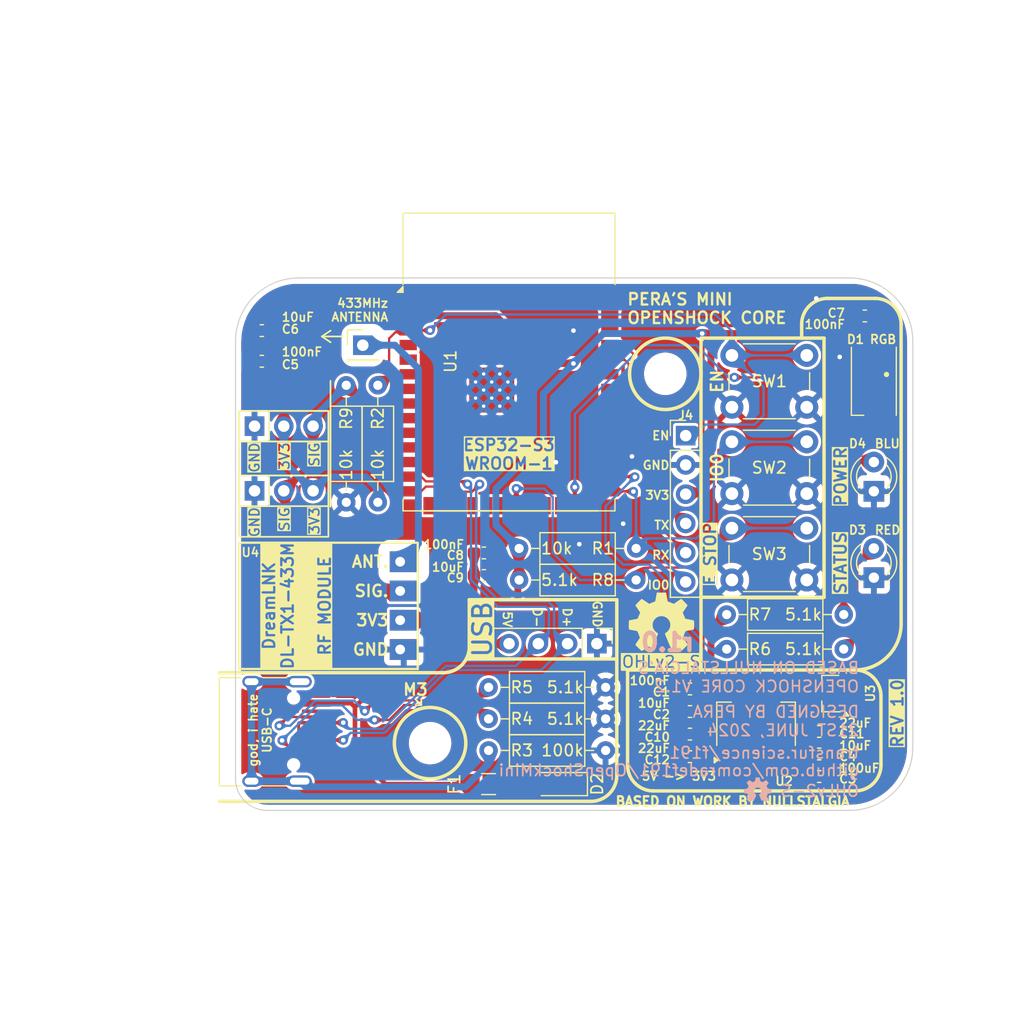
<source format=kicad_pcb>
(kicad_pcb (version 20240108) (generator "pcbnew") (generator_version "8.0")
  (title_block (title "Open Shock Mini") (date "2024-06-21") (rev "r1") (company "Pera @ https://transfur.science/f191") (comment 1 "CERN OHL v2 - S") (comment 2 "https://github.com/comradef191/OpenShockMini") (comment 4 "Based on nullstalgia's OpenShock Core V1.2"))
  (layers (0 "F.Cu" signal) (31 "B.Cu" signal) (34 "B.Paste" user) (35 "F.Paste" user) (36 "B.SilkS" user "B.Silkscreen") (37 "F.SilkS" user "F.Silkscreen") (38 "B.Mask" user) (39 "F.Mask" user) (44 "Edge.Cuts" user))
  (net 0 "")
  (net 1 "+3V3")
  (net 3 "GND")
  (net 4 "RGB")
  (net 5 "Net-(J1-CC1)")
  (net 6 "D+")
  (net 7 "D-")
  (net 9 "Net-(J1-CC2)")
  (net 11 "Net-(J1-SHIELD)")
  (net 12 "EN")
  (net 16 "SIGNAL")
  (net 31 "IO0")
  (net 42 "+5V")
  (net 43 "Net-(D2-A)")
  (net 44 "+5VA")
  (net 45 "SERIAL_RX")
  (net 46 "SERIAL_TX")
  (net 47 "E_STOP")
  (net 48 "/ANT.")
  (net 49 "STATUS")
  (net 50 "Net-(D3-A)")
  (net 51 "Net-(D4-A)")
  (footprint "CustomFootprints:THT-Resistor_Customised" (layer "F.Cu") (at 106.026 73.015 180)
    (property "Reference" "R1")
    (property "Value" "10k")
  )
  (footprint "CustomFootprints:THT-Resistor_Customised" (layer "F.Cu") (at 103.378 87.811 180)
    (property "Reference" "R4")
    (property "Value" "5.1k")
  )
  (footprint "CustomFootprints:THT-Resistor_Customised" (layer "F.Cu") (at 80.8624 69.0095 90)
    (property "Reference" "R9")
    (property "Value" "10k")
  )
  (footprint "Connector_PinHeader_2.54mm:PinHeader_1x03_P2.54mm_Vertical" (layer "F.Cu") (at 72.898 68.012 90)
    (property "Reference" "J3" (hide yes))
    (property "Value" "Conn_01x03")
  )
  (footprint "Fuse:Fuse_1206_3216Metric_Pad1.42x1.75mm_HandSolder" (layer "F.Cu") (at 93.218 93.472 180)
    (property "Reference" "F1")
    (property "Value" "250mW 800v")
  )
  (footprint "CustomFootprints:THT-Resistor_Customised" (layer "F.Cu") (at 93.218 90.551)
    (property "Reference" "R3")
    (property "Value" "100k")
  )
  (footprint "MountingHole:MountingHole_3.2mm_M3_ISO7380" (layer "F.Cu") (at 108.5584 57.853)
    (property "Reference" "H2" (hide yes))
    (property "Value" "MountingHole")
  )
  (footprint "Connector_PinHeader_2.54mm:PinHeader_1x01_P2.54mm_Vertical" (layer "F.Cu") (at 82.296 55.372)
    (property "Reference" "AE1" (hide yes))
    (property "Value" "Antenna")
  )
  (footprint "Capacitor_SMD:C_0603_1608Metric_Pad1.08x0.95mm_HandSolder" (layer "F.Cu") (at 121.92 92.82)
    (property "Reference" "C3")
    (property "Value" "100nF")
  )
  (footprint "Capacitor_SMD:C_0603_1608Metric_Pad1.08x0.95mm_HandSolder" (layer "F.Cu") (at 73.532 54.102 180)
    (property "Reference" "C6")
    (property "Value" "10uF")
  )
  (footprint "Connector_PinHeader_2.54mm:PinHeader_1x03_P2.54mm_Vertical" (layer "F.Cu") (at 72.898 62.399 90)
    (property "Reference" "J2" (hide yes))
    (property "Value" "Conn_01x03")
  )
  (footprint "RF_Module:ESP32-S3-WROOM-1" (layer "F.Cu") (at 94.99 56.803)
    (property "Reference" "U1")
    (property "Value" "ESP32-S3-WROOM-1")
  )
  (footprint "LED_THT:LED_D3.0mm" (layer "F.Cu") (at 126.664 75.553 90)
    (property "Reference" "D3")
    (property "Value" "STATUS")
  )
  (footprint "Capacitor_SMD:C_0603_1608Metric_Pad1.08x0.95mm_HandSolder" (layer "F.Cu") (at 92.8105 73.405 180)
    (property "Reference" "C8")
    (property "Value" "100nF")
  )
  (footprint "CustomFootprints:THT-Resistor_Customised" (layer "F.Cu") (at 103.378 85.071 180)
    (property "Reference" "R5")
    (property "Value" "5.1k")
  )
  (footprint "Capacitor_SMD:C_0603_1608Metric_Pad1.08x0.95mm_HandSolder" (layer "F.Cu") (at 110.6985 91.093 180)
    (property "Reference" "C12")
    (property "Value" "22uF")
  )
  (footprint "CustomFootprints:THT-Resistor_Customised" (layer "F.Cu") (at 124.05 78.753 180)
    (property "Reference" "R7")
    (property "Value" "5.1k")
  )
  (footprint "Button_Switch_THT:SW_PUSH_6mm" (layer "F.Cu") (at 114.34 63.753)
    (property "Reference" "SW2")
    (property "Value" "KH-6X6X6H-TJ")
  )
  (footprint "CustomFootprints:THT-Resistor_Customised" (layer "F.Cu") (at 124.05 81.753 180)
    (property "Reference" "R6")
    (property "Value" "5.1k")
  )
  (footprint "Diode_SMD:D_SOD-123" (layer "F.Cu") (at 99.44 93.472 180)
    (property "Reference" "D2")
    (property "Value" "B5819W SL")
  )
  (footprint "Symbol:OSHW-Symbol_6.7x6mm_SilkScreen" (layer "F.Cu") (at 108.2167 79.395)
    (property "Reference" "REF**" (hide yes))
    (property "Value" "OSHW-Symbol_6.7x6mm_SilkScreen" (hide yes))
  )
  (footprint "Connector_PinHeader_2.54mm:PinHeader_1x04_P2.54mm_Vertical" (layer "F.Cu") (at 102.616 81.28 -90)
    (property "Reference" "J6" (hide yes))
    (property "Value" "Conn_01x04")
  )
  (footprint "CustomFootprints:WIELM-TH_DL-TX1-433M" (layer "F.Cu") (at 85.54 77.978 180)
    (property "Reference" "U4")
    (property "Value" "DL-TX1-433M")
  )
  (footprint "Capacitor_SMD:C_0603_1608Metric_Pad1.08x0.95mm_HandSolder" (layer "F.Cu") (at 92.8105 75.365 180)
    (property "Reference" "C9")
    (property "Value" "10uF")
  )
  (footprint "footprints:LED_WS2812B-Mini_3.5x3.5mm_P1.75mm" (layer "F.Cu") (at 126.664 58.503 -90)
    (property "Reference" "D1")
    (property "Value" "WS2812B")
  )
  (footprint "Capacitor_SMD:C_0603_1608Metric_Pad1.08x0.95mm_HandSolder" (layer "F.Cu") (at 125.8835 52.832)
    (property "Reference" "C7")
    (property "Value" "100nF")
  )
  (footprint "Connector_PinHeader_2.54mm:PinHeader_1x06_P2.54mm_Vertical" (layer "F.Cu") (at 110.3284 63.223)
    (property "Reference" "J4")
    (property "Value" "Conn_01x06")
  )
  (footprint "LED_THT:LED_D3.0mm" (layer "F.Cu") (at 126.664 68.053 90)
    (property "Reference" "D4")
    (property "Value" "POWER")
  )
  (footprint "Capacitor_SMD:C_0603_1608Metric_Pad1.08x0.95mm_HandSolder" (layer "F.Cu") (at 110.6985 85.213 180)
    (property "Reference" "C1")
    (property "Value" "100nF")
  )
  (footprint "Capacitor_SMD:C_0603_1608Metric_Pad1.08x0.95mm_HandSolder" (layer "F.Cu") (at 110.6985 87.173 180)
    (property "Reference" "C2")
    (property "Value" "10uF")
  )
  (footprint "Button_Switch_THT:SW_PUSH_6mm" (layer "F.Cu") (at 114.34 71.253)
    (property "Reference" "SW3")
    (property "Value" "KH-6X6X6H-TJ")
  )
  (footprint "Button_Switch_THT:SW_PUSH_6mm" (layer "F.Cu") (at 114.34 56.253)
    (property "Reference" "SW1")
    (property "Value" "KH-6X6X6H-TJ")
  )
  (footprint "footprints:HRO-TYPE-C-31-M-12-HandSoldering_ABPads" (layer "F.Cu") (at 70.037 88.898 -90)
    (property "Reference" "J1" (hide yes))
    (property "Value" "USB_C_Receptacle_USB2.0")
  )
  (footprint "MountingHole:MountingHole_3.2mm_M3_ISO7380" (layer "F.Cu") (at 88.138 89.916)
    (property "Reference" "H1" (hide yes))
    (property "Value" "MountingHole")
  )
  (footprint "Capacitor_SMD:C_0603_1608Metric_Pad1.08x0.95mm_HandSolder" (layer "F.Cu") (at 121.92 90.86)
    (property "Reference" "C4")
    (property "Value" "10uF")
  )
  (footprint "CustomFootprints:THT-Resistor_Customised" (layer "F.Cu") (at 83.6024 69.0095 90)
    (property "Reference" "R2")
    (property "Value" "10k")
  )
  (footprint "Package_TO_SOT_SMD:SOT-223-3_TabPin2" (layer "F.Cu") (at 116.44 88.265 90)
    (property "Reference" "U2")
    (property "Value" "AMS1117-3.3")
  )
  (footprint "Capacitor_SMD:C_0603_1608Metric_Pad1.08x0.95mm_HandSolder" (layer "F.Cu") (at 121.92 88.9)
    (property "Reference" "C11")
    (property "Value" "22uF")
  )
  (footprint "CustomFootprints:THT-Resistor_Customised" (layer "F.Cu") (at 106.026 75.755 180)
    (property "Reference" "R8")
    (property "Value" "5.1k")
  )
  (footprint "Package_TO_SOT_SMD:SOT-23_Handsoldering" (layer "F.Cu") (at 122.912 85.615 180)
    (property "Reference" "U3")
    (property "Value" "MCP1700x-300xxTT")
  )
  (footprint "Capacitor_SMD:C_0603_1608Metric_Pad1.08x0.95mm_HandSolder" (layer "F.Cu") (at 110.6985 89.133 180)
    (property "Reference" "C10")
    (property "Value" "22uF")
  )
  (footprint "Capacitor_SMD:C_0603_1608Metric_Pad1.08x0.95mm_HandSolder" (layer "F.Cu") (at 73.532 56.763 180)
    (property "Reference" "C5")
    (property "Value" "100nF")
  )
  (footprint "Symbol:OSHW-Symbol_6.7x6mm_SilkScreen" (layer "B.Cu") (at 116.586 93.98 180)
    (property "Reference" "REF**" (hide yes))
    (property "Value" "OSHW-Symbol_6.7x6mm_SilkScreen" (hide yes))
  )
  (gr_line (start 78.74 54.61) (end 79.502 55.118) (stroke (width 0.15)) (layer "F.SilkS"))
  (gr_circle (center 108.5584 57.853) (end 111.6584 57.853) (stroke (width 0.3)) (fill none) (layer "F.SilkS"))
  (gr_arc (start 126.782 51.308) (mid 128.37299 51.96701) (end 129.032 53.558) (stroke (width 0.3)) (layer "F.SilkS"))
  (gr_line (start 129.032 79.567) (end 129.032 53.558) (stroke (width 0.3)) (layer "F.SilkS"))
  (gr_rect (start 71.568 66.682) (end 79.308 69.342) (stroke (width 0.15)) (fill none) (layer "F.SilkS"))
  (gr_rect (start 71.568 61.069) (end 79.308 72.002) (stroke (width 0.15)) (fill none) (layer "F.SilkS"))
  (gr_line (start 104.3476 82.61) (end 91.313 82.6065) (stroke (width 0.3)) (layer "F.SilkS"))
  (gr_arc (start 120.396 53.558) (mid 121.05501 51.96701) (end 122.646 51.308) (stroke (width 0.3)) (layer "F.SilkS"))
  (gr_circle (center 88.138 89.916) (end 91.238 89.916) (stroke (width 0.3)) (fill none) (layer "F.SilkS"))
  (gr_rect (start 91.5416 82.3779) (end 93.64 82.6065) (stroke (width 0.15)) (fill solid) (layer "F.SilkS"))
  (gr_rect (start 104.775 82.169) (end 111.6584 83.566) (stroke (width 0.15)) (fill none) (layer "F.SilkS"))
  (gr_line (start 102.69 69.753) (end 87.29 69.753) (stroke (width 0.15)) (layer "F.SilkS"))
  (gr_line (start 122.34 77.253) (end 111.6584 77.253) (stroke (width 0.3)) (layer "F.SilkS"))
  (gr_arc (start 104.3476 92.722) (mid 103.68859 94.31299) (end 102.0976 94.972) (stroke (width 0.3)) (layer "F.SilkS"))
  (gr_line (start 122.34 54.753) (end 122.34 77.253) (stroke (width 0.3)) (layer "F.SilkS"))
  (gr_line (start 127.283 85.816) (end 127.283 91.816) (stroke (width 0.3)) (layer "F.SilkS"))
  (gr_line (start 102.0976 94.972) (end 69.837 94.972) (stroke (width 0.3)) (layer "F.SilkS"))
  (gr_arc (start 107.533 94.066) (mid 105.94201 93.40699) (end 105.283 91.816) (stroke (width 0.3)) (layer "F.SilkS"))
  (gr_line (start 91.5416 77.4643) (end 91.5416 82.6065) (stroke (width 0.3)) (layer "F.SilkS"))
  (gr_circle (center 127.762 57.912) (end 127.762 58.062) (stroke (width 0.15)) (fill solid) (layer "F.SilkS"))
  (gr_line (start 105.283 83.566) (end 105.283 91.816) (stroke (width 0.3)) (layer "F.SilkS"))
  (gr_line (start 86.868 86.614) (end 87.376 86.614) (stroke (width 0.15)) (layer "F.SilkS"))
  (gr_line (start 126.782 51.308) (end 122.646 51.308) (stroke (width 0.3)) (layer "F.SilkS"))
  (gr_line (start 87.376 86.614) (end 86.868 86.106) (stroke (width 0.15)) (layer "F.SilkS"))
  (gr_rect (start 91.5416 77.4643) (end 93.64 77.6929) (stroke (width 0.15)) (fill solid) (layer "F.SilkS"))
  (gr_line (start 89.2916 83.801) (end 69.837 83.801) (stroke (width 0.3)) (layer "F.SilkS"))
  (gr_arc (start 91.5416 81.551) (mid 90.88259 83.14199) (end 89.2916 83.801) (stroke (width 0.3)) (layer "F.SilkS"))
  (gr_line (start 125.033 83.566) (end 105.283 83.566) (stroke (width 0.3)) (layer "F.SilkS"))
  (gr_line (start 78.74 54.61) (end 79.502 54.102) (stroke (width 0.15)) (layer "F.SilkS"))
  (gr_line (start 120.396 53.558) (end 120.396 54.753) (stroke (width 0.3)) (layer "F.SilkS"))
  (gr_arc (start 129.032 79.567) (mid 127.86072 82.39472) (end 125.033 83.566) (stroke (width 0.3)) (layer "F.SilkS"))
  (gr_line (start 122.34 54.753) (end 111.6584 54.753) (stroke (width 0.3)) (layer "F.SilkS"))
  (gr_line (start 125.033 94.066) (end 107.533 94.066) (stroke (width 0.3)) (layer "F.SilkS"))
  (gr_line (start 111.6584 77.253) (end 111.6584 83.566) (stroke (width 0.3)) (layer "F.SilkS"))
  (gr_rect (start 71.568 61.069) (end 79.308 63.729) (stroke (width 0.15)) (fill none) (layer "F.SilkS"))
  (gr_line (start 111.6584 54.753) (end 111.6584 77.253) (stroke (width 0.3)) (layer "F.SilkS"))
  (gr_arc (start 125.033 83.566) (mid 126.62399 84.22501) (end 127.283 85.816) (stroke (width 0.3)) (layer "F.SilkS"))
  (gr_arc (start 127.283 91.816) (mid 126.62399 93.40699) (end 125.033 94.066) (stroke (width 0.3)) (layer "F.SilkS"))
  (gr_line (start 79.4924 58.463) (end 79.4924 69.396) (stroke (width 0.15)) (layer "F.SilkS"))
  (gr_line (start 104.3476 82.61) (end 104.3476 92.722) (stroke (width 0.3)) (layer "F.SilkS"))
  (gr_line (start 104.3476 77.4678) (end 91.5416 77.4643) (stroke (width 0.3)) (layer "F.SilkS"))
  (gr_line (start 80.518 54.61) (end 78.74 54.61) (stroke (width 0.15)) (layer "F.SilkS"))
  (gr_line (start 104.3476 77.4678) (end 104.3476 82.61) (stroke (width 0.3)) (layer "F.SilkS"))
  (gr_line (start 87.376 86.106) (end 87.376 86.614) (stroke (width 0.15)) (layer "F.SilkS"))
  (gr_line (start 130.048 90.258) (end 130.048 55.03) (stroke (width 0.1)) (layer "Edge.Cuts"))
  (gr_line (start 71.247 55.03) (end 71.247 93.008) (stroke (width 0.1)) (layer "Edge.Cuts"))
  (gr_line (start 124.548 49.53) (end 76.747 49.53) (stroke (width 0.1)) (layer "Edge.Cuts"))
  (gr_arc (start 130.048 90.258) (mid 128.437087 94.147087) (end 124.548 95.758) (stroke (width 0.1)) (layer "Edge.Cuts"))
  (gr_line (start 73.997 95.758) (end 124.548 95.758) (stroke (width 0.1)) (layer "Edge.Cuts"))
  (gr_arc (start 73.997 95.758) (mid 72.052456 94.952544) (end 71.247 93.008) (stroke (width 0.1)) (layer "Edge.Cuts"))
  (gr_arc (start 71.247 55.03) (mid 72.857913 51.140913) (end 76.747 49.53) (stroke (width 0.1)) (layer "Edge.Cuts"))
  (gr_arc (start 124.548 49.53) (mid 128.437087 51.140913) (end 130.048 55.03) (stroke (width 0.1)) (layer "Edge.Cuts"))
  (gr_text "OHLv2-S" (at 125.476 93.472 0) (layer "B.SilkS") (effects (font (size 1 1)) (justify left top mirror)))
  (gr_text "r1.0" (at 111.252 82.042 0) (layer "B.SilkS") (effects (font (size 1.5 1.5) (thickness 0.375) (bold yes)) (justify left bottom mirror)))
  (gr_text "transfur.science/f191" (at 125.476 90.17 0) (layer "B.SilkS") (effects (font (size 1 1)) (justify left top mirror)))
  (gr_text "DESIGNED BY PERA\n21ST JUNE, 2024" (at 125.476 86.614 0) (layer "B.SilkS") (effects (font (size 1 1)) (justify left top mirror)))
  (gr_text "BASED ON NULLSTALGIA'S\nOPENSHOCK CORE V1.2" (at 125.476 82.804 0) (layer "B.SilkS") (effects (font (size 1 1)) (justify left top mirror)))
  (gr_text "github.com/comradef191/OpenShockMini" (at 125.476 91.694 0) (layer "B.SilkS") (effects (font (size 1 1)) (justify left top mirror)))
  (gr_text "RED" (at 126.664 71.853 0) (layer "F.SilkS") (effects (font (size 0.75 0.75)) (justify left bottom)))
  (gr_text "433MHz\nANTENNA" (at 84.582 52.324 0) (layer "F.SilkS") (effects (font (size 0.75 0.75)) (justify right)))
  (gr_text "22uF" (at 109.0485 88.403 0) (layer "F.SilkS") (effects (font (size 0.75 0.75)) (justify right)))
  (gr_text "100nF" (at 91.1605 72.675 0) (layer "F.SilkS") (effects (font (size 0.75 0.75)) (justify right)))
  (gr_text "SIG" (at 75.498 69.342 90) (layer "F.SilkS" knockout) (effects (font (size 0.85 0.85)) (justify right)))
  (gr_text "RX" (at 108.9984 73.593 0) (layer "F.SilkS") (effects (font (size 0.75 0.75)) (justify right)))
  (gr_text "3V3" (at 75.498 63.729 90) (layer "F.SilkS" knockout) (effects (font (size 0.85 0.85)) (justify right)))
  (gr_text "M3" (at 86.868 85.852 0) (layer "F.SilkS") (effects (font (size 1 1) (thickness 0.2) (bold yes)) (justify bottom)))
  (gr_text "100uF" (at 123.57 92.09 0) (layer "F.SilkS") (effects (font (size 0.75 0.75)) (justify left)))
  (gr_text "USB" (at 91.7448 80.0354 90) (layer "F.SilkS" knockout) (effects (font (size 1.6 1.6) (thickness 0.25) (bold yes)) (justify top)))
  (gr_text "RGB" (at 126.238 55.303 0) (layer "F.SilkS") (effects (font (size 0.75 0.75)) (justify left bottom)))
  (gr_text "PERA'S MINI \nOPENSHOCK CORE" (at 105.156 50.8 0) (layer "F.SilkS") (effects (font (size 1 1) (thickness 0.2) (bold yes)) (justify left top)))
  (gr_text "REV 1.0" (at 129.286 90.424 90) (layer "F.SilkS" knockout) (effects (font (size 1 1) (thickness 0.2) (bold yes)) (justify left bottom)))
  (gr_text "EN" (at 108.9984 63.223 0) (layer "F.SilkS") (effects (font (size 0.75 0.75)) (justify right)))
  (gr_text "god, i hate\nUSB-C" (at 74.422 88.791 90) (layer "F.SilkS") (effects (font (size 0.75 0.75)) (justify bottom)))
  (gr_text "OHLv2-S" (at 108.204 83.439 0) (layer "F.SilkS" knockout) (effects (font (size 1 1)) (justify bottom)))
  (gr_text "3V3" (at 108.9984 68.393 0) (layer "F.SilkS") (effects (font (size 0.75 0.75)) (justify right)))
  (gr_text "D+" (at 100.046 79.95 270) (layer "F.SilkS") (effects (font (size 0.75 0.75)) (justify right)))
  (gr_text "IO0" (at 108.9984 76.193 0) (layer "F.SilkS") (effects (font (size 0.75 0.75)) (justify right)))
  (gr_text "3V3" (at 78.098 69.342 90) (layer "F.SilkS" knockout) (effects (font (size 0.85 0.85)) (justify right)))
  (gr_text "IO0" (at 113.6396 66.0076 90) (layer "F.SilkS") (effects (font (size 1 1) (thickness 0.2) (bold yes)) (justify bottom)))
  (gr_text "100nF" (at 75.182 56.388 0) (layer "F.SilkS") (effects (font (size 0.75 0.75)) (justify left bottom)))
  (gr_text "POWER" (at 124.3584 66.778 90) (layer "F.SilkS" knockout) (effects (font (size 1 1) (thickness 0.2) (bold yes)) (justify bottom)))
  (gr_text "10uF" (at 91.1605 74.635 0) (layer "F.SilkS") (effects (font (size 0.75 0.75)) (justify right)))
  (gr_text "22uF" (at 123.57 88.17 0) (layer "F.SilkS") (effects (font (size 0.75 0.75)) (justify left)))
  (gr_text "D-" (at 97.446 79.95 270) (layer "F.SilkS") (effects (font (size 0.75 0.75)) (justify right)))
  (gr_text "GND" (at 72.898 63.729 90) (layer "F.SilkS" knockout) (effects (font (size 0.85 0.85)) (justify right)))
  (gr_text "BASED ON WORK BY NULLSTALGIA" (at 104.14 94.972 0) (layer "F.SilkS") (effects (font (size 0.8 0.8) (thickness 0.2) (bold yes)) (justify left)))
  (gr_text "BLU" (at 126.664 64.353 0) (layer "F.SilkS") (effects (font (size 0.75 0.75)) (justify left bottom)))
  (gr_text "GND" (at 108.9984 65.793 0) (layer "F.SilkS") (effects (font (size 0.75 0.75)) (justify right)))
  (gr_text "GND" (at 102.646 79.95 270) (layer "F.SilkS") (effects (font (size 0.75 0.75)) (justify right)))
  (gr_text "E STOP" (at 113.03 73.5076 90) (layer "F.SilkS" knockout) (effects (font (size 1 1) (thickness 0.2) (bold yes)) (justify bottom)))
  (gr_text "10uF" (at 109.0485 86.443 0) (layer "F.SilkS") (effects (font (size 0.75 0.75)) (justify right)))
  (gr_text "5V -> 3V3" (at 106.426 93.218 0) (layer "F.SilkS") (effects (font (size 0.75 0.75)) (justify left bottom)))
  (gr_text "5V" (at 94.846 79.95 270) (layer "F.SilkS") (effects (font (size 0.75 0.75)) (justify right)))
  (gr_text "ESP32-S3\nWROOM-1" (at 94.99 64.8405 0) (layer "F.SilkS" knockout) (effects (font (size 1 1) (thickness 0.2) (bold yes))))
  (gr_text "100nF" (at 109.0485 84.483 0) (layer "F.SilkS") (effects (font (size 0.75 0.75)) (justify right)))
  (gr_text "10uF" (at 75.182 53.372 0) (layer "F.SilkS") (effects (font (size 0.75 0.75)) (justify left bottom)))
  (gr_text "STATUS" (at 124.3584 74.278 90) (layer "F.SilkS" knockout) (effects (font (size 1 1) (thickness 0.2) (bold yes)) (justify bottom)))
  (gr_text "22uF" (at 109.0485 90.363 0) (layer "F.SilkS") (effects (font (size 0.75 0.75)) (justify right)))
  (gr_text "SIG" (at 78.098 63.729 90) (layer "F.SilkS" knockout) (effects (font (size 0.85 0.85)) (justify right)))
  (gr_text "100nF" (at 124.2335 53.562 0) (layer "F.SilkS") (effects (font (size 0.75 0.75)) (justify right)))
  (gr_text "EN" (at 113.6396 58.5076 90) (layer "F.SilkS") (effects (font (size 1 1) (thickness 0.2) (bold yes)) (justify bottom)))
  (gr_text "10uF" (at 123.57 90.13 0) (layer "F.SilkS") (effects (font (size 0.75 0.75)) (justify left)))
  (gr_text "GND" (at 72.898 69.342 90) (layer "F.SilkS" knockout) (effects (font (size 0.85 0.85)) (justify right)))
  (gr_text "TX" (at 108.9984 70.993 0) (layer "F.SilkS") (effects (font (size 0.75 0.75)) (justify right)))
  (segment (start 123.257 83.51) (end 115.514 83.51) (width 0.6) (layer "F.Cu") (net 1))
  (segment (start 111.561 83.51) (end 115.514 83.51) (width 0.6) (layer "F.Cu") (net 1))
  (segment (start 91.948 77.089) (end 91.186 77.851) (width 0.6) (layer "F.Cu") (net 1))
  (segment (start 75.438 57.8065) (end 75.438 62.399) (width 0.6) (layer "F.Cu") (net 1))
  (segment (start 86.24 52.813) (end 75.6835 52.813) (width 0.6) (layer "F.Cu") (net 1))
  (segment (start 124.412 84.665) (end 123.257 83.51) (width 0.6) (layer "F.Cu") (net 1))
  (segment (start 75.6835 52.813) (end 74.3945 54.102) (width 0.6) (layer "F.Cu") (net 1))
  (segment (start 127.539 55.784) (end 127.539 56.528) (width 0.6) (layer "F.Cu") (net 1))
  (segment (start 89.789 79.248) (end 85.852 79.248) (width 0.6) (layer "F.Cu") (net 1))
  (segment (start 74.3945 56.763) (end 75.438 57.8065) (width 0.6) (layer "F.Cu") (net 1))
  (segment (start 95.758 73.123) (end 95.758 77.851) (width 0.6) (layer "F.Cu") (net 1))
  (segment (start 105.156 79.369) (end 105.156 81.28) (width 0.6) (layer "F.Cu") (net 1))
  (segment (start 103.638 77.851) (end 105.156 79.369) (width 0.6) (layer "F.Cu") (net 1))
  (segment (start 100.584 56.9595) (end 97.9805 56.9595) (width 0.6) (layer "F.Cu") (net 1))
  (segment (start 107.386 83.51) (end 111.561 83.51) (width 0.6) (layer "F.Cu") (net 1))
  (segment (start 111.76 54.356) (end 126.111 54.356) (width 0.6) (layer "F.Cu") (net 1))
  (segment (start 126.746 53.721) (end 126.746 52.832) (width 0.6) (layer "F.Cu") (net 1))
  (segment (start 111.561 85.213) (end 111.561 87.173) (width 0.6) (layer "F.Cu") (net 1))
  (segment (start 105.156 81.28) (end 107.386 83.51) (width 0.6) (layer "F.Cu") (net 1))
  (segment (start 113.89 78.753) (end 112.522 80.121) (width 0.6) (layer "F.Cu") (net 1))
  (segment (start 111.561 89.133) (end 111.561 91.093) (width 0.6) (layer "F.Cu") (net 1))
  (segment (start 112.522 55.118) (end 111.76 54.356) (width 0.6) (layer "F.Cu") (net 1))
  (segment (start 126.111 54.356) (end 126.746 53.721) (width 0.6) (layer "F.Cu") (net 1))
  (segment (start 93.834 52.813) (end 86.24 52.813) (width 0.6) (layer "F.Cu") (net 1))
  (segment (start 111.561 83.51) (end 111.561 85.213) (width 0.6) (layer "F.Cu") (net 1))
  (segment (start 112.522 67.056) (end 112.522 55.118) (width 0.6) (layer "F.Cu") (net 1))
  (segment (start 91.948 75.365) (end 91.948 77.089) (width 0.6) (layer "F.Cu") (net 1))
  (segment (start 111.561 87.173) (end 111.561 89.133) (width 0.6) (layer "F.Cu") (net 1))
  (segment (start 74.3945 54.102) (end 74.3945 56.763) (width 0.6) (layer "F.Cu") (net 1))
  (segment (start 97.9805 56.9595) (end 93.834 52.813) (width 0.6) (layer "F.Cu") (net 1))
  (segment (start 91.186 77.851) (end 103.638 77.851) (width 0.6) (layer "F.Cu") (net 1))
  (segment (start 110.3284 68.303) (end 111.275 68.303) (width 0.6) (layer "F.Cu") (net 1))
  (segment (start 126.111 54.356) (end 127.539 55.784) (width 0.6) (layer "F.Cu") (net 1))
  (segment (start 91.948 73.405) (end 91.948 75.365) (width 0.6) (layer "F.Cu") (net 1))
  (segment (start 95.866 73.015) (end 95.866 75.755) (width 0.6) (layer "F.Cu") (net 1))
  (segment (start 111.275 68.303) (end 112.522 67.056) (width 0.6) (layer "F.Cu") (net 1))
  (segment (start 91.186 77.851) (end 89.789 79.248) (width 0.6) (layer "F.Cu") (net 1))
  (segment (start 116.44 83.51) (end 116.44 85.115) (width 0.6) (layer "F.Cu") (net 1))
  (segment (start 112.522 80.121) (end 112.522 83.256) (width 0.6) (layer "F.Cu") (net 1))
  (segment (start 116.44 91.415) (end 116.44 85.115) (width 0.6) (layer "F.Cu") (net 1))
  (via (at 111.76 54.356) (size 0.8) (drill 0.4) (layers "F.Cu" "B.Cu") (net 1))
  (via (at 100.584 56.9595) (size 0.8) (drill 0.4) (layers "F.Cu" "B.Cu") (net 1))
  (segment (start 97.9805 59.563) (end 97.9805 63.6905) (width 0.6) (layer "B.Cu") (net 1))
  (segment (start 100.584 56.9595) (end 97.9805 59.563) (width 0.6) (layer "B.Cu") (net 1))
  (segment (start 111.76 54.356) (end 103.1875 54.356) (width 0.6) (layer "B.Cu") (net 1))
  (segment (start 103.1875 54.356) (end 100.584 56.9595) (width 0.6) (layer "B.Cu") (net 1))
  (segment (start 75.438 62.399) (end 75.438 65.472) (width 0.6) (layer "B.Cu") (net 1))
  (segment (start 75.438 65.472) (end 77.978 68.012) (width 0.6) (layer "B.Cu") (net 1))
  (segment (start 83.6024 69.0095) (end 83.6024 67.8544) (width 0.6) (layer "B.Cu") (net 1))
  (segment (start 79.188 66.802) (end 77.978 68.012) (width 0.6) (layer "B.Cu") (net 1))
  (segment (start 83.6024 67.8544) (end 82.55 66.802) (width 0.6) (layer "B.Cu") (net 1))
  (segment (start 93.853 71.002) (end 95.866 73.015) (width 0.6) (layer "B.Cu") (net 1))
  (segment (start 82.55 66.802) (end 79.188 66.802) (width 0.6) (layer "B.Cu") (net 1))
  (segment (start 93.853 67.818) (end 93.853 71.002) (width 0.6) (layer "B.Cu") (net 1))
  (segment (start 97.9805 63.6905) (end 93.853 67.818) (width 0.6) (layer "B.Cu") (net 1))
  (via (at 99.06 65.532) (size 0.8) (drill 0.4) (layers "F.Cu" "B.Cu") (net 3))
  (via (at 104.902 70.866) (size 0.8) (drill 0.4) (layers "F.Cu" "B.Cu") (net 3))
  (via (at 101.092 72.644) (size 0.8) (drill 0.4) (layers "F.Cu" "B.Cu") (net 3))
  (via (at 100.584 54.102) (size 0.8) (drill 0.4) (layers "F.Cu" "B.Cu") (net 3))
  (via (at 123.698 56.388) (size 0.8) (drill 0.4) (layers "F.Cu" "B.Cu") (net 3))
  (via (at 105.664 65.024) (size 0.8) (drill 0.4) (layers "F.Cu" "B.Cu") (net 3))
  (via (at 121.666 51.308) (size 0.8) (drill 0.4) (layers "F.Cu" "B.Cu") (net 3))
  (segment (start 114.554 58.166) (end 126.3135 58.166) (width 0.2) (layer "F.Cu") (net 4))
  (segment (start 126.3135 58.166) (end 127.539 59.3915) (width 0.2) (layer "F.Cu") (net 4))
  (segment (start 100.705 67.691) (end 100.705 69.303) (width 0.2) (layer "F.Cu") (net 4))
  (segment (start 127.539 59.3915) (end 127.539 60.478) (width 0.2) (layer "F.Cu") (net 4))
  (via (at 100.705 67.691) (size 0.8) (drill 0.4) (layers "F.Cu" "B.Cu") (net 4))
  (via (at 114.554 58.166) (size 0.8) (drill 0.4) (layers "F.Cu" "B.Cu") (net 4))
  (segment (start 106.68 55.372) (end 100.705 61.347) (width 0.2) (layer "B.Cu") (net 4))
  (segment (start 114.554 58.166) (end 114.046 58.166) (width 0.2) (layer "B.Cu") (net 4))
  (segment (start 111.252 55.372) (end 106.68 55.372) (width 0.2) (layer "B.Cu") (net 4))
  (segment (start 100.705 61.347) (end 100.705 67.691) (width 0.2) (layer "B.Cu") (net 4))
  (segment (start 114.046 58.166) (end 111.252 55.372) (width 0.2) (layer "B.Cu") (net 4))
  (segment (start 78.232 87.648) (end 75.795 87.648) (width 0.2) (layer "F.Cu") (net 5))
  (segment (start 82.467 87.14) (end 83.3994 86.2076) (width 0.2) (layer "F.Cu") (net 5))
  (segment (start 75.795 87.648) (end 75.033 88.41) (width 0.2) (layer "F.Cu") (net 5))
  (segment (start 92.0814 86.2076) (end 93.218 85.071) (width 0.2) (layer "F.Cu") (net 5))
  (segment (start 83.3994 86.2076) (end 92.0814 86.2076) (width 0.2) (layer "F.Cu") (net 5))
  (via (at 75.033 88.41) (size 0.8) (drill 0.4) (layers "F.Cu" "B.Cu") (net 5))
  (via (at 82.467 87.14) (size 0.8) (drill 0.4) (layers "F.Cu" "B.Cu") (net 5))
  (segment (start 81.559 86.232) (end 78.169314 86.232) (width 0.2) (layer "B.Cu") (net 5))
  (segment (start 78.169314 86.232) (end 75.991314 88.41) (width 0.2) (layer "B.Cu") (net 5))
  (segment (start 75.991314 88.41) (end 75.033 88.41) (width 0.2) (layer "B.Cu") (net 5))
  (segment (start 82.467 87.14) (end 81.559 86.232) (width 0.2) (layer "B.Cu") (net 5))
  (segment (start 79.707 89.648) (end 79.732 89.623) (width 0.25) (layer "F.Cu") (net 6))
  (segment (start 87.365001 68.053) (end 87.775001 67.643) (width 0.2) (layer "F.Cu") (net 6))
  (segment (start 80.589 89.648) (end 79.458 89.648) (width 0.25) (layer "F.Cu") (net 6))
  (segment (start 78.232 89.648) (end 79.707 89.648) (width 0.25) (layer "F.Cu") (net 6))
  (segment (start 79.707 88.648) (end 78.232 88.648) (width 0.25) (layer "F.Cu") (net 6))
  (segment (start 86.24 68.053) (end 87.365001 68.053) (width 0.2) (layer "F.Cu") (net 6))
  (segment (start 80.601 89.66) (end 80.589 89.648) (width 0.25) (layer "F.Cu") (net 6))
  (segment (start 79.732 89.623) (end 79.732 88.673) (width 0.25) (layer "F.Cu") (net 6))
  (segment (start 87.775001 67.643) (end 90.424 67.643) (width 0.2) (layer "F.Cu") (net 6))
  (segment (start 79.732 88.673) (end 79.707 88.648) (width 0.25) (layer "F.Cu") (net 6))
  (segment (start 90.868 68.087) (end 91.791 68.087) (width 0.2) (layer "F.Cu") (net 6))
  (segment (start 90.424 67.643) (end 90.868 68.087) (width 0.2) (layer "F.Cu") (net 6))
  (segment (start 91.791 68.087) (end 92.441 67.437) (width 0.2) (layer "F.Cu") (net 6))
  (via (at 92.441 67.437) (size 0.8) (drill 0.4) (layers "F.Cu" "B.Cu") (net 6))
  (via (at 80.601 89.66) (size 0.8) (drill 0.4) (layers "F.Cu" "B.Cu") (net 6))
  (segment (start 80.601 89.66) (end 81.238001 89.022999) (width 0.2) (layer "B.Cu") (net 6))
  (segment (start 92.141001 70.230999) (end 92.141 70.231) (width 0.2) (layer "B.Cu") (net 6))
  (segment (start 92.441 67.437) (end 92.141001 67.736999) (width 0.2) (layer "B.Cu") (net 6))
  (segment (start 98.3912 77.626) (end 98.904 78.1388) (width 0.2) (layer "B.Cu") (net 6))
  (segment (start 94.2002 77.626) (end 98.3912 77.626) (width 0.2) (layer "B.Cu") (net 6))
  (segment (start 92.141 75.5668) (end 94.2002 77.626) (width 0.2) (layer "B.Cu") (net 6))
  (segment (start 98.904 80.108) (end 100.076 81.28) (width 0.2) (layer "B.Cu") (net 6))
  (segment (start 89.648974 83.566001) (end 97.789999 83.566001) (width 0.2) (layer "B.Cu") (net 6))
  (segment (start 97.789999 83.566001) (end 100.076 81.28) (width 0.2) (layer "B.Cu") (net 6))
  (segment (start 98.904 78.1388) (end 98.904 80.108) (width 0.2) (layer "B.Cu") (net 6))
  (segment (start 92.141001 67.736999) (end 92.141001 70.230999) (width 0.2) (layer "B.Cu") (net 6))
  (segment (start 92.141 70.231) (end 92.141 75.5668) (width 0.2) (layer "B.Cu") (net 6))
  (segment (start 81.238001 89.022999) (end 84.191976 89.022999) (width 0.2) (layer "B.Cu") (net 6))
  (segment (start 84.191976 89.022999) (end 89.648974 83.566001) (width 0.2) (layer "B.Cu") (net 6))
  (segment (start 91.147 67.193) (end 87.775001 67.193) (width 0.2) (layer "F.Cu") (net 7))
  (segment (start 80.601 88.136) (end 80.589 88.148) (width 0.25) (layer "F.Cu") (net 7))
  (segment (start 80.589 88.148) (end 78.232 88.148) (width 0.25) (layer "F.Cu") (net 7))
  (segment (start 76.757 88.148) (end 76.732 88.173) (width 0.25) (layer "F.Cu") (net 7))
  (segment (start 76.914 89.148) (end 78.232 89.148) (width 0.25) (layer "F.Cu") (net 7))
  (segment (start 76.732 88.173) (end 76.732 88.966) (width 0.25) (layer "F.Cu") (net 7))
  (segment (start 87.365001 66.783) (end 86.24 66.783) (width 0.2) (layer "F.Cu") (net 7))
  (segment (start 76.732 88.966) (end 76.914 89.148) (width 0.25) (layer "F.Cu") (net 7))
  (segment (start 78.232 88.148) (end 76.757 88.148) (width 0.25) (layer "F.Cu") (net 7))
  (segment (start 87.775001 67.193) (end 87.365001 66.783) (width 0.2) (layer "F.Cu") (net 7))
  (segment (start 91.391 67.437) (end 91.147 67.193) (width 0.2) (layer "F.Cu") (net 7))
  (via (at 91.391 67.437) (size 0.8) (drill 0.4) (layers "F.Cu" "B.Cu") (net 7))
  (via (at 80.601 88.136) (size 0.8) (drill 0.4) (layers "F.Cu" "B.Cu") (net 7))
  (segment (start 98.454 80.362) (end 97.536 81.28) (width 0.2) (layer "B.Cu") (net 7))
  (segment (start 98.2048 78.076) (end 98.454 78.3252) (width 0.2) (layer "B.Cu") (net 7))
  (segment (start 95.6 83.216) (end 97.536 81.28) (width 0.2) (layer "B.Cu") (net 7))
  (segment (start 98.454 78.3252) (end 98.454 80.362) (width 0.2) (layer "B.Cu") (net 7))
  (segment (start 91.391 67.437) (end 91.690999 67.736999) (width 0.2) (layer "B.Cu") (net 7))
  (segment (start 91.690999 70.230999) (end 91.691 70.231) (width 0.2) (layer "B.Cu") (net 7))
  (segment (start 84.047001 88.672999) (end 89.504 83.216) (width 0.2) (layer "B.Cu") (net 7))
  (segment (start 91.691 70.231) (end 91.691 75.7532) (width 0.2) (layer "B.Cu") (net 7))
  (segment (start 91.690999 67.736999) (end 91.690999 70.230999) (width 0.2) (layer "B.Cu") (net 7))
  (segment (start 81.137999 88.672999) (end 84.047001 88.672999) (width 0.2) (layer "B.Cu") (net 7))
  (segment (start 80.601 88.136) (end 81.137999 88.672999) (width 0.2) (layer "B.Cu") (net 7))
  (segment (start 89.504 83.216) (end 95.6 83.216) (width 0.2) (layer "B.Cu") (net 7))
  (segment (start 91.691 75.7532) (end 94.0138 78.076) (width 0.2) (layer "B.Cu") (net 7))
  (segment (start 94.0138 78.076) (end 98.2048 78.076) (width 0.2) (layer "B.Cu") (net 7))
  (segment (start 83.312 87.902) (end 84.581999 87.902) (width 0.2) (layer "F.Cu") (net 9))
  (segment (start 84.581999 87.902) (end 85.876399 86.6076) (width 0.2) (layer "F.Cu") (net 9))
  (segment (start 78.232 90.648) (end 76.28105 90.648) (width 0.2) (layer "F.Cu") (net 9))
  (segment (start 75.31305 89.68) (end 75.287 89.68) (width 0.2) (layer "F.Cu") (net 9))
  (segment (start 92.0146 86.6076) (end 93.218 87.811) (width 0.2) (layer "F.Cu") (net 9))
  (segment (start 76.28105 90.648) (end 75.31305 89.68) (width 0.2) (layer "F.Cu") (net 9))
  (segment (start 85.876399 86.6076) (end 92.0146 86.6076) (width 0.2) (layer "F.Cu") (net 9))
  (via (at 83.312 87.902) (size 0.8) (drill 0.4) (layers "F.Cu" "B.Cu") (net 9))
  (via (at 75.287 89.68) (size 0.8) (drill 0.4) (layers "F.Cu" "B.Cu") (net 9))
  (segment (start 80.518 86.632) (end 78.335 86.632) (width 0.2) (layer "B.Cu") (net 9))
  (segment (start 81.788 87.902) (end 80.518 86.632) (width 0.2) (layer "B.Cu") (net 9))
  (segment (start 78.335 86.632) (end 75.287 89.68) (width 0.2) (layer "B.Cu") (net 9))
  (segment (start 83.312 87.902) (end 81.788 87.902) (width 0.2) (layer "B.Cu") (net 9))
  (segment (start 72.637 84.578) (end 72.637 93.218) (width 0.6) (layer "B.Cu") (net 11))
  (segment (start 72.637 93.218) (end 76.817 93.218) (width 0.6) (layer "B.Cu") (net 11))
  (segment (start 76.817 93.218) (end 77.307 93.708) (width 0.6) (layer "B.Cu") (net 11))
  (segment (start 76.817 84.578) (end 72.637 84.578) (width 0.6) (layer "B.Cu") (net 11))
  (segment (start 77.307 93.708) (end 91.221 93.708) (width 0.6) (layer "B.Cu") (net 11))
  (segment (start 93.218 91.711) (end 93.218 90.551) (width 0.6) (layer "B.Cu") (net 11))
  (segment (start 91.221 93.708) (end 93.218 91.711) (width 0.6) (layer "B.Cu") (net 11))
  (segment (start 84.582 54.791) (end 84.582 57.8699) (width 0.2) (layer "F.Cu") (net 12))
  (segment (start 85.29 54.083) (end 84.582 54.791) (width 0.2) (layer "F.Cu") (net 12))
  (segment (start 84.582 57.8699) (end 83.6024 58.8495) (width 0.2) (layer "F.Cu") (net 12))
  (segment (start 88.138 54.083) (end 86.24 54.083) (width 0.2) (layer "F.Cu") (net 12))
  (segment (start 86.24 54.083) (end 85.29 54.083) (width 0.2) (layer "F.Cu") (net 12))
  (via (at 88.138 54.083) (size 0.8) (drill 0.4) (layers "F.Cu" "B.Cu") (net 12))
  (segment (start 112.901 52.703) (end 89.518 52.703) (width 0.2) (layer "B.Cu") (net 12))
  (segment (start 116.302905 62.259095) (end 117.094 61.468) (width 0.2) (layer "B.Cu") (net 12))
  (segment (start 114.34 54.142) (end 112.901 52.703) (width 0.2) (layer "B.Cu") (net 12))
  (segment (start 114.34 56.253) (end 114.34 54.142) (width 0.2) (layer "B.Cu") (net 12))
  (segment (start 111.07919 63.223) (end 112.043095 62.259095) (width 0.2) (layer "B.Cu") (net 12))
  (segment (start 112.043095 62.259095) (end 116.302905 62.259095) (width 0.2) (layer "B.Cu") (net 12))
  (segment (start 120.84 56.253) (end 114.34 56.253) (width 0.2) (layer "B.Cu") (net 12))
  (segment (start 117.094 61.468) (end 117.094 59.007) (width 0.2) (layer "B.Cu") (net 12))
  (segment (start 117.094 59.007) (end 114.34 56.253) (width 0.2) (layer "B.Cu") (net 12))
  (segment (start 89.518 52.703) (end 88.138 54.083) (width 0.2) (layer "B.Cu") (net 12))
  (segment (start 82.4459 60.433) (end 80.8624 58.8495) (width 0.6) (layer "F.Cu") (net 16))
  (segment (start 77.978 65.308) (end 77.978 62.399) (width 0.6) (layer "F.Cu") (net 16))
  (segment (start 75.6224 74.454) (end 75.6224 68.1964) (width 0.6) (layer "F.Cu") (net 16))
  (segment (start 77.8764 76.708) (end 75.6224 74.454) (width 0.6) (layer "F.Cu") (net 16))
  (segment (start 86.24 60.433) (end 82.4459 60.433) (width 0.6) (layer "F.Cu") (net 16))
  (segment (start 85.852 76.708) (end 77.8764 76.708) (width 0.6) (layer "F.Cu") (net 16))
  (segment (start 77.978 65.472) (end 75.438 68.012) (width 0.6) (layer "F.Cu") (net 16))
  (segment (start 77.978 65.308) (end 77.978 65.472) (width 0.6) (layer "F.Cu") (net 16))
  (segment (start 77.978 62.399) (end 77.978 61.7339) (width 0.6) (layer "B.Cu") (net 16))
  (segment (start 77.978 61.7339) (end 80.8624 58.8495) (width 0.6) (layer "B.Cu") (net 16))
  (segment (start 105.772 68.053) (end 103.74 68.053) (width 0.2) (layer "F.Cu") (net 31))
  (segment (start 105.791 68.072) (end 105.772 68.053) (width 0.2) (layer "F.Cu") (net 31))
  (via (at 105.791 68.072) (size 0.8) (drill 0.4) (layers "F.Cu" "B.Cu") (net 31))
  (segment (start 106.026 68.307) (end 106.026 73.015) (width 0.2) (layer "B.Cu") (net 31))
  (segment (start 105.791 68.072) (end 106.026 68.307) (width 0.2) (layer "B.Cu") (net 31))
  (segment (start 107.4204 73.015) (end 106.026 73.015) (width 0.2) (layer "B.Cu") (net 31))
  (segment (start 106.026 73.015) (end 106.905 72.136) (width 0.2) (layer "B.Cu") (net 31))
  (segment (start 106.905 72.136) (end 111.252 72.136) (width 0.2) (layer "B.Cu") (net 31))
  (segment (start 120.84 63.753) (end 114.34 63.753) (width 0.2) (layer "B.Cu") (net 31))
  (segment (start 111.252 72.136) (end 112.776 70.612) (width 0.2) (layer "B.Cu") (net 31))
  (segment (start 112.776 70.612) (end 112.776 65.317) (width 0.2) (layer "B.Cu") (net 31))
  (segment (start 112.776 65.317) (end 114.34 63.753) (width 0.2) (layer "B.Cu") (net 31))
  (segment (start 110.3284 75.923) (end 107.4204 73.015) (width 0.2) (layer "B.Cu") (net 31))
  (segment (start 117.683 93.472) (end 118.74 92.415) (width 0.4) (layer "F.Cu") (net 42))
  (segment (start 121.0575 85.9695) (end 121.412 85.615) (width 0.6) (layer "F.Cu") (net 42))
  (segment (start 121.0575 92.82) (end 121.0575 85.9695) (width 0.6) (layer "F.Cu") (net 42))
  (segment (start 101.09 93.472) (end 117.683 93.472) (width 0.4) (layer "F.Cu") (net 42))
  (segment (start 118.74 88.287) (end 118.74 91.415) (width 0.6) (layer "F.Cu") (net 42))
  (segment (start 118.74 92.415) (end 118.74 91.415) (width 0.4) (layer "F.Cu") (net 42))
  (segment (start 121.412 85.615) (end 118.74 88.287) (width 0.6) (layer "F.Cu") (net 42))
  (segment (start 94.7055 93.472) (end 97.79 93.472) (width 0.4) (layer "F.Cu") (net 43))
  (segment (start 81.277082 86.448) (end 78.262 86.448) (width 0.4) (layer "F.Cu") (net 44))
  (segment (start 82.788918 85.616) (end 81.617 86.787918) (width 0.4) (layer "F.Cu") (net 44))
  (segment (start 89.916 81.28) (end 85.58 85.616) (width 0.4) (layer "F.Cu") (net 44))
  (segment (start 81.617 86.787918) (end 81.277082 86.448) (width 0.4) (layer "F.Cu") (net 44))
  (segment (start 81.617 90.827) (end 81.617 86.787918) (width 0.4) (layer "F.Cu") (net 44))
  (segment (start 84.262 93.472) (end 91.7305 93.472) (width 0.4) (layer "F.Cu") (net 44))
  (segment (start 78.237 91.348) (end 81.096 91.348) (width 0.4) (layer "F.Cu") (net 44))
  (segment (start 81.617 90.827) (end 84.262 93.472) (width 0.4) (layer "F.Cu") (net 44))
  (segment (start 81.096 91.348) (end 81.617 90.827) (width 0.4) (layer "F.Cu") (net 44))
  (segment (start 94.996 81.28) (end 89.916 81.28) (width 0.4) (layer "F.Cu") (net 44))
  (segment (start 82.788918 85.616) (end 85.58 85.616) (width 0.4) (layer "F.Cu") (net 44))
  (segment (start 106.788 61.379686) (end 106.788 69.8426) (width 0.2) (layer "F.Cu") (net 45))
  (segment (start 105.01 56.623) (end 105.391 57.004) (width 0.2) (layer "F.Cu") (net 45))
  (segment (start 105.391 59.982686) (end 106.788 61.379686) (width 0.2) (layer "F.Cu") (net 45))
  (segment (start 106.788 69.8426) (end 110.3284 73.383) (width 0.2) (layer "F.Cu") (net 45))
  (segment (start 103.74 56.623) (end 105.01 56.623) (width 0.2) (layer "F.Cu") (net 45))
  (segment (start 105.391 57.004) (end 105.391 59.982686) (width 0.2) (layer "F.Cu") (net 45))
  (segment (start 110.3284 70.843) (end 107.188 67.7026) (width 0.2) (layer "F.Cu") (net 46))
  (segment (start 105.01 55.353) (end 103.74 55.353) (width 0.2) (layer "F.Cu") (net 46))
  (segment (start 105.791 59.817) (end 105.791 56.134) (width 0.2) (layer "F.Cu") (net 46))
  (segment (start 105.791 56.134) (end 105.01 55.353) (width 0.2) (layer "F.Cu") (net 46))
  (segment (start 107.188 61.214) (end 105.791 59.817) (width 0.2) (layer "F.Cu") (net 46))
  (segment (start 107.188 67.7026) (end 107.188 61.214) (width 0.2) (layer "F.Cu") (net 46))
  (segment (start 110.917 74.676) (end 114.34 71.253) (width 0.2) (layer "F.Cu") (net 47))
  (segment (start 107.105 74.676) (end 110.917 74.676) (width 0.2) (layer "F.Cu") (net 47))
  (segment (start 106.026 75.755) (end 107.105 74.676) (width 0.2) (layer "F.Cu") (net 47))
  (segment (start 95.625 67.818) (end 95.625 69.303) (width 0.2) (layer "F.Cu") (net 47))
  (via (at 95.625 67.818) (size 0.8) (drill 0.4) (layers "F.Cu" "B.Cu") (net 47))
  (segment (start 98.044 67.818) (end 98.787 68.561) (width 0.2) (layer "B.Cu") (net 47))
  (segment (start 120.84 71.253) (end 114.34 71.253) (width 0.2) (layer "B.Cu") (net 47))
  (segment (start 101.155 75.755) (end 106.026 75.755) (width 0.2) (layer "B.Cu") (net 47))
  (segment (start 95.625 67.818) (end 98.044 67.818) (width 0.2) (layer "B.Cu") (net 47))
  (segment (start 98.787 68.561) (end 98.787 73.387) (width 0.2) (layer "B.Cu") (net 47))
  (segment (start 98.787 73.387) (end 101.155 75.755) (width 0.2) (layer "B.Cu") (net 47))
  (segment (start 82.296 55.372) (end 85.09 55.372) (width 0.6) (layer "B.Cu") (net 48))
  (segment (start 85.09 55.372) (end 87.122 57.404) (width 0.6) (layer "B.Cu") (net 48))
  (segment (start 87.122 72.586) (end 85.852 73.856) (width 0.6) (layer "B.Cu") (net 48))
  (segment (start 87.122 57.404) (end 87.122 72.586) (width 0.6) (layer "B.Cu") (net 48))
  (segment (start 105.918 66.802) (end 105.899 66.783) (width 0.2) (layer "F.Cu") (net 49))
  (segment (start 105.918 66.783) (end 105.918 66.802) (width 0.2) (layer "F.Cu") (net 49))
  (segment (start 105.899 66.783) (end 103.74 66.783) (width 0.2) (layer "F.Cu") (net 49))
  (via (at 105.918 66.802) (size 0.8) (drill 0.4) (layers "F.Cu" "B.Cu") (net 49))
  (segment (start 105.918 66.802) (end 103.378 69.342) (width 0.2) (layer "B.Cu") (net 49))
  (segment (start 104.902 74.422) (end 107.188 74.422) (width 0.2) (layer "B.Cu") (net 49))
  (segment (start 107.188 74.422) (end 108.458 75.692) (width 0.2) (layer "B.Cu") (net 49))
  (segment (start 103.378 69.342) (end 103.378 72.898) (width 0.2) (layer "B.Cu") (net 49))
  (segment (start 108.458 77.724) (end 112.487 81.753) (width 0.2) (layer "B.Cu") (net 49))
  (segment (start 103.378 72.898) (end 104.902 74.422) (width 0.2) (layer "B.Cu") (net 49))
  (segment (start 112.487 81.753) (end 113.89 81.753) (width 0.2) (layer "B.Cu") (net 49))
  (segment (start 108.458 75.692) (end 108.458 77.724) (width 0.2) (layer "B.Cu") (net 49))
  (segment (start 125.222 80.581) (end 125.222 74.455) (width 0.2) (layer "F.Cu") (net 50))
  (segment (start 125.222 74.455) (end 126.664 73.013) (width 0.2) (layer "F.Cu") (net 50))
  (segment (start 124.05 81.753) (end 125.222 80.581) (width 0.2) (layer "F.Cu") (net 50))
  (segment (start 124.05 66.577) (end 125.114 65.513) (width 0.2) (layer "F.Cu") (net 51))
  (segment (start 125.114 65.513) (end 126.018146 65.513) (width 0.2) (layer "F.Cu") (net 51))
  (segment (start 124.05 78.753) (end 124.05 66.577) (width 0.2) (layer "F.Cu") (net 51))
  (zone (net 3) (net_name "GND") (layers "F&B.Cu") (connect_pads (clearance 0.2)) (min_thickness 0.2) (fill yes (thermal_gap 0.5) (thermal_bridge_width 0.5))
    (polygon (pts (xy 139.7 114.3) (xy 50.8 114.3) (xy 50.8 25.4) (xy 139.7 25.4)))
  )
  (zone (net 0) (net_name "") (layers "F&B.Cu") (connect_pads (clearance 0)) (min_thickness 0.25)
    (keepout (tracks not_allowed) (vias not_allowed) (pads not_allowed) (copperpour not_allowed) (footprints allowed))
    (fill (thermal_gap 0.5) (thermal_bridge_width 0.5))
    (polygon (pts (xy 70.99 50.053) (xy 131.436 50.053) (xy 131.436 48.357) (xy 70.99 48.357)))
  )
)
</source>
